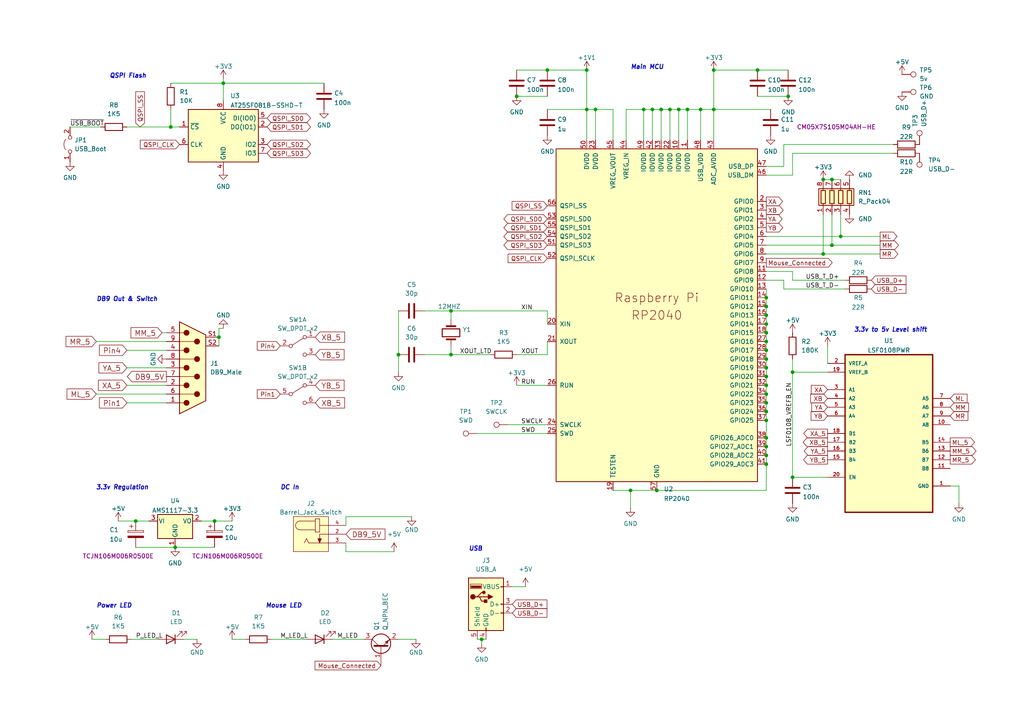
<source format=kicad_sch>
(kicad_sch (version 20211123) (generator eeschema)
  (paper "A4")
  (title_block (title "RP2040 USB to Quadrature Mouse Adaptor") (date "2023-01-21") (rev "5") (company "Darrens Lab"))
  (lib_symbols
    (symbol "Connector:DB9_Male" (pin_names (offset 1.016) hide)
      (property "Reference" "J2" (at 5.08 1.2701 0))
      (property "Value" "DB9_Male" (at 5.08 -1.2699 0))
      (symbol "DB9_Male_1_1"
        (pin passive line (at -7.62 -10.16 0) (length 3.81) (name "1") (number "1"))
        (pin passive line (at -7.62 -5.08 0) (length 3.81) (name "2") (number "2"))
        (pin passive line (at -7.62 0 0) (length 3.81) (name "3") (number "3"))
        (pin passive line (at -7.62 5.08 0) (length 3.81) (name "4") (number "4"))
        (pin passive line (at -7.62 10.16 0) (length 3.81) (name "5") (number "5"))
        (pin passive line (at -7.62 -7.62 0) (length 3.81) (name "6") (number "6"))
        (pin passive line (at -7.62 -2.54 0) (length 3.81) (name "7") (number "7"))
        (pin passive line (at -7.62 2.54 0) (length 3.81) (name "8") (number "8"))
        (pin passive line (at -7.62 7.62 0) (length 3.81) (name "9") (number "9"))
        (pin passive line (at 7.62 8.89 180) (length 3.81) (name "S1") (number "S1"))
        (pin passive line (at 7.62 6.35 180) (length 3.81) (name "S2") (number "S2"))
      )
    )
    (symbol "Connector:TestPoint" (pin_numbers hide) (pin_names (offset 0.762) hide)
      (property "Reference" "TP" (at 0 6.858 0))
      (property "Value" "TestPoint" (at 0 5.08 0))
      (symbol "TestPoint_1_1"
        (pin passive line (at 0 0 90) (length 2.54) (name "1") (number "1"))
      )
    )
    (symbol "Connector:USB_A" (pin_names (offset 1.016))
      (property "Reference" "J" (at -5.08 11.43 0))
      (property "Value" "USB_A" (at -5.08 8.89 0))
      (symbol "USB_A_1_1"
        (pin power_in line (at 7.62 5.08 180) (length 2.54) (name "VBUS") (number "1"))
        (pin bidirectional line (at 7.62 -2.54 180) (length 2.54) (name "D-") (number "2"))
        (pin bidirectional line (at 7.62 0 180) (length 2.54) (name "D+") (number "3"))
        (pin power_in line (at 0 -10.16 90) (length 2.54) (name "GND") (number "4"))
        (pin passive line (at -2.54 -10.16 90) (length 2.54) (name "Shield") (number "5"))
      )
    )
    (symbol "Device:C" (pin_numbers hide) (pin_names (offset 0.254))
      (property "Reference" "C" (at 0.635 2.54 0))
      (property "Value" "C" (at 0.635 -2.54 0))
      (symbol "C_1_1"
        (pin passive line (at 0 3.81 270) (length 2.794) (name "~") (number "1"))
        (pin passive line (at 0 -3.81 90) (length 2.794) (name "~") (number "2"))
      )
    )
    (symbol "Device:C_Polarized" (pin_numbers hide) (pin_names (offset 0.254))
      (property "Reference" "C" (at 0.635 2.54 0))
      (property "Value" "C_Polarized" (at 0.635 -2.54 0))
      (symbol "C_Polarized_1_1"
        (pin passive line (at 0 3.81 270) (length 2.794) (name "~") (number "1"))
        (pin passive line (at 0 -3.81 90) (length 2.794) (name "~") (number "2"))
      )
    )
    (symbol "Device:Crystal" (pin_numbers hide) (pin_names (offset 1.016) hide)
      (property "Reference" "Y" (at 0 3.81 0))
      (property "Value" "Crystal" (at 0 -3.81 0))
      (symbol "Crystal_1_1"
        (pin passive line (at -3.81 0 0) (length 1.27) (name "1") (number "1"))
        (pin passive line (at 3.81 0 180) (length 1.27) (name "2") (number "2"))
      )
    )
    (symbol "Device:LED" (pin_numbers hide) (pin_names (offset 1.016) hide)
      (property "Reference" "D" (at 0 2.54 0))
      (property "Value" "LED" (at 0 -2.54 0))
      (symbol "LED_1_1"
        (pin passive line (at -3.81 0 0) (length 2.54) (name "K") (number "1"))
        (pin passive line (at 3.81 0 180) (length 2.54) (name "A") (number "2"))
      )
    )
    (symbol "Device:Q_NPN_BEC" (pin_names (offset 0) hide)
      (property "Reference" "Q" (at 5.08 1.27 0))
      (property "Value" "Q_NPN_BEC" (at 5.08 -1.27 0))
      (symbol "Q_NPN_BEC_1_1"
        (pin input line (at -5.08 0 0) (length 5.715) (name "B") (number "1"))
        (pin passive line (at 2.54 -5.08 90) (length 2.54) (name "E") (number "2"))
        (pin passive line (at 2.54 5.08 270) (length 2.54) (name "C") (number "3"))
      )
    )
    (symbol "Device:R" (pin_numbers hide) (pin_names (offset 0))
      (property "Reference" "R" (at 2.032 0 90))
      (property "Value" "R" (at 0 0 90))
      (symbol "R_1_1"
        (pin passive line (at 0 3.81 270) (length 1.27) (name "~") (number "1"))
        (pin passive line (at 0 -3.81 90) (length 1.27) (name "~") (number "2"))
      )
    )
    (symbol "Device:R_Pack04" (pin_names (offset 0) hide)
      (property "Reference" "RN" (at -7.62 0 90))
      (property "Value" "R_Pack04" (at 5.08 0 90))
      (symbol "R_Pack04_1_1"
        (pin passive line (at -5.08 -5.08 90) (length 2.54) (name "R1.1") (number "1"))
        (pin passive line (at -2.54 -5.08 90) (length 2.54) (name "R2.1") (number "2"))
        (pin passive line (at 0 -5.08 90) (length 2.54) (name "R3.1") (number "3"))
        (pin passive line (at 2.54 -5.08 90) (length 2.54) (name "R4.1") (number "4"))
        (pin passive line (at 2.54 5.08 270) (length 2.54) (name "R4.2") (number "5"))
        (pin passive line (at 0 5.08 270) (length 2.54) (name "R3.2") (number "6"))
        (pin passive line (at -2.54 5.08 270) (length 2.54) (name "R2.2") (number "7"))
        (pin passive line (at -5.08 5.08 270) (length 2.54) (name "R1.2") (number "8"))
      )
    )
    (symbol "Jumper:Jumper_2_Open" (pin_names (offset 0) hide)
      (property "Reference" "JP" (at 0 2.794 0))
      (property "Value" "Jumper_2_Open" (at 0 -2.286 0))
      (symbol "Jumper_2_Open_1_1"
        (pin passive line (at -5.08 0 0) (length 2.54) (name "A") (number "1"))
        (pin passive line (at 5.08 0 180) (length 2.54) (name "B") (number "2"))
      )
    )
    (symbol "LSF0108:DC-005" (pin_names (offset 1.016))
      (property "Reference" "J" (at -5.0943 5.5976 0))
      (property "Value" "DC-005" (at -5.0995 -7.6398 0))
      (symbol "DC-005_0_0"
        (pin passive line (at 10.16 0 180) (length 5.08) (name "~") (number "2"))
        (pin passive line (at 10.16 -2.54 180) (length 5.08) (name "~") (number "3"))
        (pin passive line (at 10.16 2.54 180) (length 5.08) (name "~") (number "4"))
      )
    )
    (symbol "LSF0108:LSF0108PWR" (pin_names (offset 1.016))
      (property "Reference" "U" (at -12.7 23.86 0))
      (property "Value" "LSF0108PWR" (at -12.7 -26.86 0))
      (symbol "LSF0108PWR_0_0"
        (pin power_in line (at 17.78 -15.24 180) (length 5.08) (name "GND") (number "1"))
        (pin bidirectional line (at 17.78 2.54 180) (length 5.08) (name "A8") (number "10"))
        (pin bidirectional line (at 17.78 -10.16 180) (length 5.08) (name "B8") (number "11"))
        (pin bidirectional line (at 17.78 -7.62 180) (length 5.08) (name "B7") (number "12"))
        (pin bidirectional line (at 17.78 -5.08 180) (length 5.08) (name "B6") (number "13"))
        (pin bidirectional line (at 17.78 -2.54 180) (length 5.08) (name "B5") (number "14"))
        (pin bidirectional line (at -17.78 -7.62 0) (length 5.08) (name "B4") (number "15"))
        (pin bidirectional line (at -17.78 -5.08 0) (length 5.08) (name "B3") (number "16"))
        (pin bidirectional line (at -17.78 -2.54 0) (length 5.08) (name "B2") (number "17"))
        (pin bidirectional line (at -17.78 0 0) (length 5.08) (name "B1") (number "18"))
        (pin input line (at -17.78 17.78 0) (length 5.08) (name "VREF_B") (number "19"))
        (pin input line (at -17.78 20.32 0) (length 5.08) (name "VREF_A") (number "2"))
        (pin bidirectional line (at -17.78 -12.7 0) (length 5.08) (name "EN") (number "20"))
        (pin bidirectional line (at -17.78 12.7 0) (length 5.08) (name "A1") (number "3"))
        (pin bidirectional line (at -17.78 10.16 0) (length 5.08) (name "A2") (number "4"))
        (pin bidirectional line (at -17.78 7.62 0) (length 5.08) (name "A3") (number "5"))
        (pin bidirectional line (at -17.78 5.08 0) (length 5.08) (name "A4") (number "6"))
        (pin bidirectional line (at 17.78 10.16 180) (length 5.08) (name "A5") (number "7"))
        (pin bidirectional line (at 17.78 7.62 180) (length 5.08) (name "A6") (number "8"))
        (pin bidirectional line (at 17.78 5.08 180) (length 5.08) (name "A7") (number "9"))
      )
    )
    (symbol "Memory_Flash:W25Q32JVZP"
      (property "Reference" "U3" (at 2.0194 11.5865 0))
      (property "Value" "AT25SF081B-SSHD-T" (at 2.0194 8.8114 0))
      (symbol "W25Q32JVZP_1_1"
        (pin input line (at -12.7 2.54 0) (length 2.54) (name "~{CS}") (number "1"))
        (pin bidirectional line (at 12.7 2.54 180) (length 2.54) (name "DO(IO1)") (number "2"))
        (pin bidirectional line (at 12.7 -2.54 180) (length 2.54) (name "IO2") (number "3"))
        (pin power_in line (at 0 -10.16 90) (length 2.54) (name "GND") (number "4"))
        (pin bidirectional line (at 12.7 5.08 180) (length 2.54) (name "DI(IO0)") (number "5"))
        (pin input line (at -12.7 -2.54 0) (length 2.54) (name "CLK") (number "6"))
        (pin bidirectional line (at 12.7 -5.08 180) (length 2.54) (name "IO3") (number "7"))
        (pin power_in line (at 0 10.16 270) (length 2.54) (name "VCC") (number "8"))
      )
    )
    (symbol "RP2040:RP2040" (pin_names (offset 1.016))
      (property "Reference" "U" (at -29.21 49.53 0))
      (property "Value" "RP2040" (at 24.13 -49.53 0))
      (symbol "RP2040_0_0"
        (text "Raspberry Pi" (at 0 5.08 0) (effects (font (size 2.54 2.54))))
        (text "RP2040" (at 0 0 0) (effects (font (size 2.54 2.54))))
      )
      (symbol "RP2040_1_1"
        (pin power_in line (at 8.89 50.8 270) (length 2.54) (name "IOVDD") (number "1"))
        (pin power_in line (at 6.35 50.8 270) (length 2.54) (name "IOVDD") (number "10"))
        (pin bidirectional line (at 31.75 12.7 180) (length 2.54) (name "GPIO8") (number "11"))
        (pin bidirectional line (at 31.75 10.16 180) (length 2.54) (name "GPIO9") (number "12"))
        (pin bidirectional line (at 31.75 7.62 180) (length 2.54) (name "GPIO10") (number "13"))
        (pin bidirectional line (at 31.75 5.08 180) (length 2.54) (name "GPIO11") (number "14"))
        (pin bidirectional line (at 31.75 2.54 180) (length 2.54) (name "GPIO12") (number "15"))
        (pin bidirectional line (at 31.75 0 180) (length 2.54) (name "GPIO13") (number "16"))
        (pin bidirectional line (at 31.75 -2.54 180) (length 2.54) (name "GPIO14") (number "17"))
        (pin bidirectional line (at 31.75 -5.08 180) (length 2.54) (name "GPIO15") (number "18"))
        (pin passive line (at -12.7 -50.8 90) (length 2.54) (name "TESTEN") (number "19"))
        (pin bidirectional line (at 31.75 33.02 180) (length 2.54) (name "GPIO0") (number "2"))
        (pin input line (at -31.75 -2.54 0) (length 2.54) (name "XIN") (number "20"))
        (pin passive line (at -31.75 -7.62 0) (length 2.54) (name "XOUT") (number "21"))
        (pin power_in line (at 3.81 50.8 270) (length 2.54) (name "IOVDD") (number "22"))
        (pin power_in line (at -17.78 50.8 270) (length 2.54) (name "DVDD") (number "23"))
        (pin output line (at -31.75 -31.75 0) (length 2.54) (name "SWCLK") (number "24"))
        (pin bidirectional line (at -31.75 -34.29 0) (length 2.54) (name "SWD") (number "25"))
        (pin input line (at -31.75 -20.32 0) (length 2.54) (name "RUN") (number "26"))
        (pin bidirectional line (at 31.75 -7.62 180) (length 2.54) (name "GPIO16") (number "27"))
        (pin bidirectional line (at 31.75 -10.16 180) (length 2.54) (name "GPIO17") (number "28"))
        (pin bidirectional line (at 31.75 -12.7 180) (length 2.54) (name "GPIO18") (number "29"))
        (pin bidirectional line (at 31.75 30.48 180) (length 2.54) (name "GPIO1") (number "3"))
        (pin bidirectional line (at 31.75 -15.24 180) (length 2.54) (name "GPIO19") (number "30"))
        (pin bidirectional line (at 31.75 -17.78 180) (length 2.54) (name "GPIO20") (number "31"))
        (pin bidirectional line (at 31.75 -20.32 180) (length 2.54) (name "GPIO21") (number "32"))
        (pin power_in line (at 1.27 50.8 270) (length 2.54) (name "IOVDD") (number "33"))
        (pin bidirectional line (at 31.75 -22.86 180) (length 2.54) (name "GPIO22") (number "34"))
        (pin bidirectional line (at 31.75 -25.4 180) (length 2.54) (name "GPIO23") (number "35"))
        (pin bidirectional line (at 31.75 -27.94 180) (length 2.54) (name "GPIO24") (number "36"))
        (pin bidirectional line (at 31.75 -30.48 180) (length 2.54) (name "GPIO25") (number "37"))
        (pin bidirectional line (at 31.75 -35.56 180) (length 2.54) (name "GPIO26_ADC0") (number "38"))
        (pin bidirectional line (at 31.75 -38.1 180) (length 2.54) (name "GPIO27_ADC1") (number "39"))
        (pin bidirectional line (at 31.75 27.94 180) (length 2.54) (name "GPIO2") (number "4"))
        (pin bidirectional line (at 31.75 -40.64 180) (length 2.54) (name "GPIO28_ADC2") (number "40"))
        (pin bidirectional line (at 31.75 -43.18 180) (length 2.54) (name "GPIO29_ADC3") (number "41"))
        (pin power_in line (at -1.27 50.8 270) (length 2.54) (name "IOVDD") (number "42"))
        (pin power_in line (at 16.51 50.8 270) (length 2.54) (name "ADC_AVDD") (number "43"))
        (pin power_in line (at -8.89 50.8 270) (length 2.54) (name "VREG_IN") (number "44"))
        (pin power_out line (at -12.7 50.8 270) (length 2.54) (name "VREG_VOUT") (number "45"))
        (pin bidirectional line (at 31.75 40.64 180) (length 2.54) (name "USB_DM") (number "46"))
        (pin bidirectional line (at 31.75 43.18 180) (length 2.54) (name "USB_DP") (number "47"))
        (pin power_in line (at 12.7 50.8 270) (length 2.54) (name "USB_VDD") (number "48"))
        (pin power_in line (at -3.81 50.8 270) (length 2.54) (name "IOVDD") (number "49"))
        (pin bidirectional line (at 31.75 25.4 180) (length 2.54) (name "GPIO3") (number "5"))
        (pin power_in line (at -20.32 50.8 270) (length 2.54) (name "DVDD") (number "50"))
        (pin bidirectional line (at -31.75 20.32 0) (length 2.54) (name "QSPI_SD3") (number "51"))
        (pin output line (at -31.75 16.51 0) (length 2.54) (name "QSPI_SCLK") (number "52"))
        (pin bidirectional line (at -31.75 27.94 0) (length 2.54) (name "QSPI_SD0") (number "53"))
        (pin bidirectional line (at -31.75 22.86 0) (length 2.54) (name "QSPI_SD2") (number "54"))
        (pin bidirectional line (at -31.75 25.4 0) (length 2.54) (name "QSPI_SD1") (number "55"))
        (pin bidirectional line (at -31.75 31.75 0) (length 2.54) (name "QSPI_SS") (number "56"))
        (pin power_in line (at 0 -50.8 90) (length 2.54) (name "GND") (number "57"))
        (pin bidirectional line (at 31.75 22.86 180) (length 2.54) (name "GPIO4") (number "6"))
        (pin bidirectional line (at 31.75 20.32 180) (length 2.54) (name "GPIO5") (number "7"))
        (pin bidirectional line (at 31.75 17.78 180) (length 2.54) (name "GPIO6") (number "8"))
        (pin bidirectional line (at 31.75 15.24 180) (length 2.54) (name "GPIO7") (number "9"))
      )
    )
    (symbol "Regulator_Linear:AMS1117-3.3" (pin_names (offset 0.254))
      (property "Reference" "U" (at -3.81 3.175 0))
      (property "Value" "AMS1117-3.3" (at 0 3.175 0))
      (symbol "AMS1117-3.3_1_1"
        (pin power_in line (at 0 -7.62 90) (length 2.54) (name "GND") (number "1"))
        (pin power_out line (at 7.62 0 180) (length 2.54) (name "VO") (number "2"))
        (pin power_in line (at -7.62 0 0) (length 2.54) (name "VI") (number "3"))
      )
    )
    (symbol "Switch:SW_DPDT_x2" (pin_names (offset 0) hide)
      (property "Reference" "SW" (at 0 4.318 0))
      (property "Value" "SW_DPDT_x2" (at 0 -5.08 0))
      (symbol "SW_DPDT_x2_1_1"
        (pin passive line (at 5.08 2.54 180) (length 2.54) (name "A") (number "1"))
        (pin passive line (at -5.08 0 0) (length 2.54) (name "B") (number "2"))
        (pin passive line (at 5.08 -2.54 180) (length 2.54) (name "C") (number "3"))
      )
      (symbol "SW_DPDT_x2_2_1"
        (pin passive line (at 5.08 2.54 180) (length 2.54) (name "A") (number "4"))
        (pin passive line (at -5.08 0 0) (length 2.54) (name "B") (number "5"))
        (pin passive line (at 5.08 -2.54 180) (length 2.54) (name "C") (number "6"))
      )
    )
    (symbol "power:+1V1" (power) (pin_names (offset 0))
      (property "Value" "+1V1" (at 0 3.556 0))
      (symbol "+1V1_1_1"
        (pin power_in line (at 0 0 90) (length 0) hide (name "+1V1") (number "1"))
      )
    )
    (symbol "power:+3.3V" (power) (pin_names (offset 0))
      (property "Value" "+3.3V" (at 0 3.556 0))
      (symbol "+3.3V_1_1"
        (pin power_in line (at 0 0 90) (length 0) hide (name "+3V3") (number "1"))
      )
    )
    (symbol "power:+5V" (power) (pin_names (offset 0))
      (property "Value" "+5V" (at 0 3.556 0))
      (symbol "+5V_1_1"
        (pin power_in line (at 0 0 90) (length 0) hide (name "+5V") (number "1"))
      )
    )
    (symbol "power:GND" (power) (pin_names (offset 0))
      (property "Value" "GND" (at 0 -3.81 0))
      (symbol "GND_1_1"
        (pin power_in line (at 0 0 270) (length 0) hide (name "GND") (number "1"))
      )
    )
  )
  (junction (at 222.25 93.98))
  (junction (at 190.5 142.24))
  (junction (at 222.25 104.14))
  (junction (at 229.87 107.95))
  (junction (at 229.87 138.43))
  (junction (at 130.81 90.17))
  (junction (at 49.53 36.83))
  (junction (at 50.8 158.75))
  (junction (at 170.18 20.32))
  (junction (at 238.76 52.07))
  (junction (at 222.25 96.52))
  (junction (at 228.6 27.94))
  (junction (at 182.88 142.24))
  (junction (at 222.25 86.36))
  (junction (at 222.25 88.9))
  (junction (at 222.25 127))
  (junction (at 62.23 151.13))
  (junction (at 207.01 31.75))
  (junction (at 222.25 116.84))
  (junction (at 149.86 27.94))
  (junction (at 196.85 31.75))
  (junction (at 222.25 111.76))
  (junction (at 241.3 71.12))
  (junction (at 64.77 24.13))
  (junction (at 222.25 114.3))
  (junction (at 222.25 132.08))
  (junction (at 130.81 102.87))
  (junction (at 139.7 185.42))
  (junction (at 222.25 121.92))
  (junction (at 158.75 20.32))
  (junction (at 222.25 91.44))
  (junction (at 243.84 68.58))
  (junction (at 199.39 31.75))
  (junction (at 222.25 101.6))
  (junction (at 207.01 20.32))
  (junction (at 39.37 151.13))
  (junction (at 222.25 119.38))
  (junction (at 189.23 31.75))
  (junction (at 194.31 31.75))
  (junction (at 172.72 31.75))
  (junction (at 170.18 31.75))
  (junction (at 222.25 109.22))
  (junction (at 241.3 52.07))
  (junction (at 222.25 106.68))
  (junction (at 222.25 99.06))
  (junction (at 222.25 129.54))
  (junction (at 115.57 102.87))
  (junction (at 191.77 31.75))
  (junction (at 63.5 97.79))
  (junction (at 238.76 73.66))
  (junction (at 203.2 31.75))
  (junction (at 219.71 20.32))
  (junction (at 186.69 31.75))
  (junction (at 222.25 134.62))
  (wire (pts (xy 227.33 83.82) (xy 227.33 81.28)))
  (wire (pts (xy 100.33 160.02) (xy 100.33 157.48)))
  (wire (pts (xy 130.81 92.71) (xy 130.81 90.17)))
  (wire (pts (xy 229.87 44.45) (xy 259.08 44.45)))
  (wire (pts (xy 115.57 90.17) (xy 115.57 102.87)))
  (wire (pts (xy 130.81 102.87) (xy 142.24 102.87)))
  (wire (pts (xy 20.32 36.83) (xy 29.21 36.83)))
  (wire (pts (xy 182.88 142.24) (xy 190.5 142.24)))
  (wire (pts (xy 49.53 24.13) (xy 64.77 24.13)))
  (wire (pts (xy 170.18 31.75) (xy 170.18 40.64)))
  (wire (pts (xy 63.5 100.33) (xy 63.5 97.79)))
  (wire (pts (xy 34.29 151.13) (xy 39.37 151.13)))
  (wire (pts (xy 63.5 95.25) (xy 64.77 95.25)))
  (wire (pts (xy 39.37 151.13) (xy 43.18 151.13)))
  (wire (pts (xy 27.94 114.3) (xy 48.26 114.3)))
  (wire (pts (xy 199.39 31.75) (xy 203.2 31.75)))
  (wire (pts (xy 36.83 116.84) (xy 48.26 116.84)))
  (wire (pts (xy 222.25 104.14) (xy 222.25 106.68)))
  (wire (pts (xy 177.8 142.24) (xy 182.88 142.24)))
  (wire (pts (xy 123.19 102.87) (xy 130.81 102.87)))
  (wire (pts (xy 238.76 62.23) (xy 238.76 73.66)))
  (wire (pts (xy 50.8 158.75) (xy 62.23 158.75)))
  (wire (pts (xy 139.7 185.42) (xy 139.7 186.69)))
  (wire (pts (xy 240.03 138.43) (xy 229.87 138.43)))
  (wire (pts (xy 186.69 31.75) (xy 186.69 40.64)))
  (wire (pts (xy 222.25 68.58) (xy 243.84 68.58)))
  (wire (pts (xy 115.57 102.87) (xy 115.57 107.95)))
  (wire (pts (xy 222.25 119.38) (xy 222.25 121.92)))
  (wire (pts (xy 52.07 36.83) (xy 49.53 36.83)))
  (wire (pts (xy 158.75 31.75) (xy 170.18 31.75)))
  (wire (pts (xy 58.42 151.13) (xy 62.23 151.13)))
  (wire (pts (xy 100.33 160.02) (xy 114.3 160.02)))
  (wire (pts (xy 64.77 24.13) (xy 93.98 24.13)))
  (wire (pts (xy 243.84 68.58) (xy 255.27 68.58)))
  (wire (pts (xy 158.75 90.17) (xy 158.75 93.98)))
  (wire (pts (xy 207.01 31.75) (xy 223.52 31.75)))
  (wire (pts (xy 96.52 185.42) (xy 105.41 185.42)))
  (wire (pts (xy 222.25 78.74) (xy 229.87 78.74)))
  (wire (pts (xy 229.87 81.28) (xy 229.87 78.74)))
  (wire (pts (xy 46.99 96.52) (xy 48.26 96.52)))
  (wire (pts (xy 140.97 185.42) (xy 139.7 185.42)))
  (wire (pts (xy 147.32 123.19) (xy 158.75 123.19)))
  (wire (pts (xy 222.25 116.84) (xy 222.25 119.38)))
  (wire (pts (xy 194.31 31.75) (xy 194.31 40.64)))
  (wire (pts (xy 222.25 83.82) (xy 222.25 86.36)))
  (wire (pts (xy 222.25 99.06) (xy 222.25 101.6)))
  (wire (pts (xy 227.33 48.26) (xy 227.33 41.91)))
  (wire (pts (xy 241.3 52.07) (xy 243.84 52.07)))
  (wire (pts (xy 181.61 31.75) (xy 186.69 31.75)))
  (wire (pts (xy 238.76 73.66) (xy 255.27 73.66)))
  (wire (pts (xy 177.8 31.75) (xy 172.72 31.75)))
  (wire (pts (xy 227.33 83.82) (xy 245.11 83.82)))
  (wire (pts (xy 222.25 134.62) (xy 222.25 142.24)))
  (wire (pts (xy 39.37 158.75) (xy 50.8 158.75)))
  (wire (pts (xy 172.72 31.75) (xy 172.72 40.64)))
  (wire (pts (xy 219.71 27.94) (xy 228.6 27.94)))
  (wire (pts (xy 227.33 81.28) (xy 222.25 81.28)))
  (wire (pts (xy 64.77 24.13) (xy 64.77 29.21)))
  (wire (pts (xy 222.25 114.3) (xy 222.25 116.84)))
  (wire (pts (xy 149.86 20.32) (xy 158.75 20.32)))
  (wire (pts (xy 222.25 73.66) (xy 238.76 73.66)))
  (wire (pts (xy 149.86 111.76) (xy 158.75 111.76)))
  (wire (pts (xy 186.69 31.75) (xy 189.23 31.75)))
  (wire (pts (xy 27.94 99.06) (xy 48.26 99.06)))
  (wire (pts (xy 222.25 121.92) (xy 222.25 127)))
  (wire (pts (xy 63.5 97.79) (xy 63.5 95.25)))
  (wire (pts (xy 222.25 86.36) (xy 222.25 88.9)))
  (wire (pts (xy 278.13 140.97) (xy 278.13 146.05)))
  (wire (pts (xy 36.83 106.68) (xy 48.26 106.68)))
  (wire (pts (xy 229.87 107.95) (xy 229.87 104.14)))
  (wire (pts (xy 191.77 31.75) (xy 191.77 40.64)))
  (wire (pts (xy 255.27 71.12) (xy 241.3 71.12)))
  (wire (pts (xy 240.03 100.33) (xy 240.03 105.41)))
  (wire (pts (xy 222.25 109.22) (xy 222.25 111.76)))
  (wire (pts (xy 138.43 125.73) (xy 158.75 125.73)))
  (wire (pts (xy 36.83 111.76) (xy 48.26 111.76)))
  (wire (pts (xy 148.59 170.18) (xy 152.4 170.18)))
  (wire (pts (xy 138.43 185.42) (xy 139.7 185.42)))
  (wire (pts (xy 196.85 31.75) (xy 196.85 40.64)))
  (wire (pts (xy 38.1 185.42) (xy 45.72 185.42)))
  (wire (pts (xy 241.3 62.23) (xy 241.3 71.12)))
  (wire (pts (xy 191.77 31.75) (xy 194.31 31.75)))
  (wire (pts (xy 123.19 90.17) (xy 130.81 90.17)))
  (wire (pts (xy 222.25 111.76) (xy 222.25 114.3)))
  (wire (pts (xy 196.85 31.75) (xy 199.39 31.75)))
  (wire (pts (xy 222.25 132.08) (xy 222.25 134.62)))
  (wire (pts (xy 219.71 20.32) (xy 228.6 20.32)))
  (wire (pts (xy 189.23 31.75) (xy 191.77 31.75)))
  (wire (pts (xy 26.67 185.42) (xy 30.48 185.42)))
  (wire (pts (xy 194.31 31.75) (xy 196.85 31.75)))
  (wire (pts (xy 207.01 20.32) (xy 207.01 31.75)))
  (wire (pts (xy 64.77 24.13) (xy 64.77 22.86)))
  (wire (pts (xy 62.23 151.13) (xy 67.31 151.13)))
  (wire (pts (xy 222.25 129.54) (xy 222.25 132.08)))
  (wire (pts (xy 158.75 20.32) (xy 170.18 20.32)))
  (wire (pts (xy 177.8 40.64) (xy 177.8 31.75)))
  (wire (pts (xy 182.88 142.24) (xy 182.88 147.32)))
  (wire (pts (xy 222.25 71.12) (xy 241.3 71.12)))
  (wire (pts (xy 229.87 50.8) (xy 229.87 44.45)))
  (wire (pts (xy 100.33 152.4) (xy 100.33 149.86)))
  (wire (pts (xy 243.84 62.23) (xy 243.84 68.58)))
  (wire (pts (xy 222.25 50.8) (xy 229.87 50.8)))
  (wire (pts (xy 149.86 102.87) (xy 158.75 102.87)))
  (wire (pts (xy 130.81 100.33) (xy 130.81 102.87)))
  (wire (pts (xy 275.59 140.97) (xy 278.13 140.97)))
  (wire (pts (xy 222.25 91.44) (xy 222.25 93.98)))
  (wire (pts (xy 227.33 41.91) (xy 259.08 41.91)))
  (wire (pts (xy 222.25 48.26) (xy 227.33 48.26)))
  (wire (pts (xy 238.76 52.07) (xy 241.3 52.07)))
  (wire (pts (xy 181.61 40.64) (xy 181.61 31.75)))
  (wire (pts (xy 229.87 138.43) (xy 229.87 107.95)))
  (wire (pts (xy 78.74 185.42) (xy 88.9 185.42)))
  (wire (pts (xy 149.86 27.94) (xy 158.75 27.94)))
  (wire (pts (xy 170.18 20.32) (xy 170.18 31.75)))
  (wire (pts (xy 100.33 149.86) (xy 119.38 149.86)))
  (wire (pts (xy 67.31 185.42) (xy 71.12 185.42)))
  (wire (pts (xy 222.25 142.24) (xy 190.5 142.24)))
  (wire (pts (xy 222.25 101.6) (xy 222.25 104.14)))
  (wire (pts (xy 240.03 107.95) (xy 229.87 107.95)))
  (wire (pts (xy 222.25 106.68) (xy 222.25 109.22)))
  (wire (pts (xy 222.25 96.52) (xy 222.25 99.06)))
  (wire (pts (xy 229.87 81.28) (xy 245.11 81.28)))
  (wire (pts (xy 36.83 36.83) (xy 49.53 36.83)))
  (wire (pts (xy 207.01 20.32) (xy 219.71 20.32)))
  (wire (pts (xy 203.2 31.75) (xy 203.2 40.64)))
  (wire (pts (xy 222.25 88.9) (xy 222.25 91.44)))
  (wire (pts (xy 222.25 127) (xy 222.25 129.54)))
  (wire (pts (xy 130.81 90.17) (xy 158.75 90.17)))
  (wire (pts (xy 199.39 31.75) (xy 199.39 40.64)))
  (wire (pts (xy 189.23 31.75) (xy 189.23 40.64)))
  (wire (pts (xy 115.57 185.42) (xy 120.65 185.42)))
  (wire (pts (xy 36.83 101.6) (xy 48.26 101.6)))
  (wire (pts (xy 158.75 102.87) (xy 158.75 99.06)))
  (wire (pts (xy 172.72 31.75) (xy 170.18 31.75)))
  (wire (pts (xy 203.2 31.75) (xy 207.01 31.75)))
  (wire (pts (xy 53.34 185.42) (xy 57.15 185.42)))
  (wire (pts (xy 222.25 93.98) (xy 222.25 96.52)))
  (wire (pts (xy 49.53 36.83) (xy 49.53 31.75)))
  (wire (pts (xy 207.01 31.75) (xy 207.01 40.64)))
  (text "Power LED" (at 27.94 176.53 0) (effects (font (size 1.27 1.27) (thickness 0.254) bold italic) (justify left bottom)))
  (text "Mouse LED" (at 87.63 176.53 180) (effects (font (size 1.27 1.27) (thickness 0.254) bold italic) (justify right bottom)))
  (text "3.3v Regulation" (at 43.18 142.24 180) (effects (font (size 1.27 1.27) (thickness 0.254) bold italic) (justify right bottom)))
  (text "3.3v to 5v Level shift" (at 247.65 96.52 0) (effects (font (size 1.27 1.27) (thickness 0.254) bold italic) (justify left bottom)))
  (text "DB9 Out & Switch" (at 27.94 87.63 0) (effects (font (size 1.27 1.27) (thickness 0.254) bold italic) (justify left bottom)))
  (text "Main MCU" (at 182.88 20.32 0) (effects (font (size 1.27 1.27) (thickness 0.254) bold italic) (justify left bottom)))
  (text "DC In" (at 81.28 142.24 0) (effects (font (size 1.27 1.27) (thickness 0.254) bold italic) (justify left bottom)))
  (text "USB" (at 135.89 160.02 0) (effects (font (size 1.27 1.27) (thickness 0.254) bold italic) (justify left bottom)))
  (text "QSPI Flash" (at 31.75 22.86 0) (effects (font (size 1.27 1.27) (thickness 0.254) bold italic) (justify left bottom)))
  (label "SWCLK" (at 151.13 123.19 0))
  (label "XOUT" (at 151.13 102.87 0))
  (label "~{USB_BOOT}" (at 20.32 36.83 0))
  (label "M_LED_L" (at 81.28 185.42 0))
  (label "USB_T_D-" (at 233.68 83.82 0))
  (label "RUN" (at 151.13 111.76 0))
  (label "SWD" (at 151.13 125.73 0))
  (label "M_LED" (at 97.79 185.42 0))
  (label "P_LED_L" (at 39.37 185.42 0))
  (label "USB_T_D+" (at 233.68 81.28 0))
  (label "XIN" (at 151.13 90.17 0))
  (label "LSF0108_VREFB_EN" (at 229.87 129.54 90))
  (label "XOUT_LTD" (at 133.35 102.87 0))
  (global_label "Mouse_Connected" (shape output) (at 222.25 76.2 0) (property "Intersheet References" "${INTERSHEET_REFS}" (effects hide)))
  (global_label "YA_5" (shape output) (at 240.03 130.81 180) (property "Intersheet References" "${INTERSHEET_REFS}" (effects hide)))
  (global_label "Pin4" (shape input) (at 81.28 100.33 180) (property "Intersheet References" "${INTERSHEET_REFS}" (effects hide)))
  (global_label "QSPI_SD2" (shape bidirectional) (at 158.75 68.58 180) (property "Intersheet References" "${INTERSHEET_REFS}" (effects hide)))
  (global_label "YA" (shape input) (at 240.03 118.11 180) (property "Intersheet References" "${INTERSHEET_REFS}" (effects hide)))
  (global_label "QSPI_SD0" (shape bidirectional) (at 158.75 63.5 180) (property "Intersheet References" "${INTERSHEET_REFS}" (effects hide)))
  (global_label "MM" (shape input) (at 275.59 118.11 0) (property "Intersheet References" "${INTERSHEET_REFS}" (effects hide)))
  (global_label "YA_5" (shape input) (at 36.83 106.68 180) (effects (font (size 1.524 1.524))) (property "Intersheet References" "${INTERSHEET_REFS}" (effects hide)))
  (global_label "ML" (shape output) (at 255.27 68.58 0) (property "Intersheet References" "${INTERSHEET_REFS}" (effects hide)))
  (global_label "Pin1" (shape input) (at 36.83 116.84 180) (effects (font (size 1.524 1.524))) (property "Intersheet References" "${INTERSHEET_REFS}" (effects hide)))
  (global_label "YB_5" (shape input) (at 91.44 111.76 0) (effects (font (size 1.524 1.524))) (property "Intersheet References" "${INTERSHEET_REFS}" (effects hide)))
  (global_label "USB_D+" (shape input) (at 148.59 175.26 0) (property "Intersheet References" "${INTERSHEET_REFS}" (effects hide)))
  (global_label "MR" (shape output) (at 255.27 73.66 0) (property "Intersheet References" "${INTERSHEET_REFS}" (effects hide)))
  (global_label "QSPI_SD3" (shape bidirectional) (at 158.75 71.12 180) (property "Intersheet References" "${INTERSHEET_REFS}" (effects hide)))
  (global_label "QSPI_CLK" (shape input) (at 52.07 41.91 180) (property "Intersheet References" "${INTERSHEET_REFS}" (effects hide)))
  (global_label "DB9_5V" (shape output) (at 48.26 109.22 180) (effects (font (size 1.524 1.524))) (property "Intersheet References" "${INTERSHEET_REFS}" (effects hide)))
  (global_label "XA_5" (shape input) (at 36.83 111.76 180) (effects (font (size 1.524 1.524))) (property "Intersheet References" "${INTERSHEET_REFS}" (effects hide)))
  (global_label "MM_5" (shape output) (at 275.59 130.81 0) (property "Intersheet References" "${INTERSHEET_REFS}" (effects hide)))
  (global_label "QSPI_SD1" (shape bidirectional) (at 77.47 36.83 0) (property "Intersheet References" "${INTERSHEET_REFS}" (effects hide)))
  (global_label "XA" (shape output) (at 222.25 58.42 0) (property "Intersheet References" "${INTERSHEET_REFS}" (effects hide)))
  (global_label "Mouse_Connected" (shape input) (at 110.49 193.04 180) (property "Intersheet References" "${INTERSHEET_REFS}" (effects hide)))
  (global_label "DB9_5V" (shape input) (at 100.33 154.94 0) (effects (font (size 1.524 1.524))) (property "Intersheet References" "${INTERSHEET_REFS}" (effects hide)))
  (global_label "YB_5" (shape output) (at 240.03 133.35 180) (property "Intersheet References" "${INTERSHEET_REFS}" (effects hide)))
  (global_label "QSPI_SD0" (shape bidirectional) (at 77.47 34.29 0) (property "Intersheet References" "${INTERSHEET_REFS}" (effects hide)))
  (global_label "MM" (shape output) (at 255.27 71.12 0) (property "Intersheet References" "${INTERSHEET_REFS}" (effects hide)))
  (global_label "ML" (shape input) (at 275.59 115.57 0) (property "Intersheet References" "${INTERSHEET_REFS}" (effects hide)))
  (global_label "MR_5" (shape input) (at 27.94 99.06 180) (effects (font (size 1.524 1.524))) (property "Intersheet References" "${INTERSHEET_REFS}" (effects hide)))
  (global_label "MR_5" (shape output) (at 275.59 133.35 0) (property "Intersheet References" "${INTERSHEET_REFS}" (effects hide)))
  (global_label "USB_D-" (shape input) (at 252.73 83.82 0) (property "Intersheet References" "${INTERSHEET_REFS}" (effects hide)))
  (global_label "XA_5" (shape output) (at 240.03 125.73 180) (property "Intersheet References" "${INTERSHEET_REFS}" (effects hide)))
  (global_label "Pin4" (shape input) (at 36.83 101.6 180) (effects (font (size 1.524 1.524))) (property "Intersheet References" "${INTERSHEET_REFS}" (effects hide)))
  (global_label "QSPI_SD1" (shape bidirectional) (at 158.75 66.04 180) (property "Intersheet References" "${INTERSHEET_REFS}" (effects hide)))
  (global_label "QSPI_CLK" (shape input) (at 158.75 74.93 180) (property "Intersheet References" "${INTERSHEET_REFS}" (effects hide)))
  (global_label "XB_5" (shape input) (at 91.44 116.84 0) (effects (font (size 1.524 1.524))) (property "Intersheet References" "${INTERSHEET_REFS}" (effects hide)))
  (global_label "XB_5" (shape output) (at 240.03 128.27 180) (property "Intersheet References" "${INTERSHEET_REFS}" (effects hide)))
  (global_label "XA" (shape input) (at 240.03 113.03 180) (property "Intersheet References" "${INTERSHEET_REFS}" (effects hide)))
  (global_label "ML_5" (shape input) (at 27.94 114.3 180) (effects (font (size 1.524 1.524))) (property "Intersheet References" "${INTERSHEET_REFS}" (effects hide)))
  (global_label "YB" (shape output) (at 222.25 66.04 0) (property "Intersheet References" "${INTERSHEET_REFS}" (effects hide)))
  (global_label "Pin1" (shape input) (at 81.28 114.3 180) (property "Intersheet References" "${INTERSHEET_REFS}" (effects hide)))
  (global_label "USB_D-" (shape input) (at 148.59 177.8 0) (property "Intersheet References" "${INTERSHEET_REFS}" (effects hide)))
  (global_label "XB_5" (shape input) (at 91.44 97.79 0) (effects (font (size 1.524 1.524))) (property "Intersheet References" "${INTERSHEET_REFS}" (effects hide)))
  (global_label "QSPI_SD3" (shape bidirectional) (at 77.47 44.45 0) (property "Intersheet References" "${INTERSHEET_REFS}" (effects hide)))
  (global_label "YA" (shape output) (at 222.25 63.5 0) (property "Intersheet References" "${INTERSHEET_REFS}" (effects hide)))
  (global_label "MM_5" (shape input) (at 46.99 96.52 180) (effects (font (size 1.524 1.524))) (property "Intersheet References" "${INTERSHEET_REFS}" (effects hide)))
  (global_label "XB" (shape output) (at 222.25 60.96 0) (property "Intersheet References" "${INTERSHEET_REFS}" (effects hide)))
  (global_label "YB" (shape input) (at 240.03 120.65 180) (property "Intersheet References" "${INTERSHEET_REFS}" (effects hide)))
  (global_label "QSPI_SS" (shape input) (at 158.75 59.69 180) (property "Intersheet References" "${INTERSHEET_REFS}" (effects hide)))
  (global_label "XB" (shape input) (at 240.03 115.57 180) (property "Intersheet References" "${INTERSHEET_REFS}" (effects hide)))
  (global_label "MR" (shape input) (at 275.59 120.65 0) (property "Intersheet References" "${INTERSHEET_REFS}" (effects hide)))
  (global_label "QSPI_SD2" (shape bidirectional) (at 77.47 41.91 0) (property "Intersheet References" "${INTERSHEET_REFS}" (effects hide)))
  (global_label "YB_5" (shape input) (at 91.44 102.87 0) (effects (font (size 1.524 1.524))) (property "Intersheet References" "${INTERSHEET_REFS}" (effects hide)))
  (global_label "QSPI_SS" (shape input) (at 40.64 36.83 90) (property "Intersheet References" "${INTERSHEET_REFS}" (effects hide)))
  (global_label "ML_5" (shape output) (at 275.59 128.27 0) (property "Intersheet References" "${INTERSHEET_REFS}" (effects hide)))
  (global_label "USB_D+" (shape input) (at 252.73 81.28 0) (property "Intersheet References" "${INTERSHEET_REFS}" (effects hide)))
  (symbol (lib_id "Device:R") (at 49.53 27.94 0) (unit 1)
    (property "Reference" "R1" (at 52.07 26.6699 0) (effects (justify left)))
    (property "Value" "10K" (at 52.07 29.2099 0) (effects (justify left)))
    (property "Footprint" "Resistor_SMD:R_0402_1005Metric" (effects hide))
  )
  (symbol (lib_id "Device:R") (at 262.89 44.45 270) (unit 1)
    (property "Reference" "R10" (at 262.89 46.99 90))
    (property "Value" "22R" (at 262.89 49.7651 90))
    (property "Footprint" "Resistor_SMD:R_0402_1005Metric" (effects hide))
  )
  (symbol (lib_id "power:+5V") (at 34.29 151.13 0) (unit 1)
    (property "Reference" "#PWR01" (effects hide))
    (property "Value" "+5V" (at 34.29 147.5255 0))
  )
  (symbol (lib_id "power:GND") (at 228.6 27.94 0) (unit 1)
    (property "Reference" "#PWR016" (effects hide))
    (property "Value" "GND" (at 228.6 32.5025 0))
  )
  (symbol (lib_id "Device:R") (at 248.92 83.82 270) (unit 1)
    (property "Reference" "R5" (at 248.92 86.36 90))
    (property "Value" "22R" (at 248.92 89.1351 90))
    (property "Footprint" "Resistor_SMD:R_0402_1005Metric" (effects hide))
  )
  (symbol (lib_id "Memory_Flash:W25Q32JVZP") (at 64.77 39.37 0) (unit 1)
    (property "Reference" "U3" (at 66.7894 27.7835 0) (effects (justify left)))
    (property "Value" "AT25SF081B-SSHD-T" (at 66.7894 30.5586 0) (effects (justify left)))
    (property "Footprint" "Package_SO:SOIC-8-1EP_3.9x4.9mm_P1.27mm_EP2.29x3mm" (effects hide))
    (property "Datasheet" "http://www.winbond.com/resource-files/w25q32jv%20revg%2003272018%20plus.pdf" (effects hide))
  )
  (symbol (lib_id "power:+3.3V") (at 67.31 151.13 0) (unit 1)
    (property "Reference" "#PWR07" (effects hide))
    (property "Value" "+3.3V" (at 67.31 147.5255 0))
  )
  (symbol (lib_id "Device:R") (at 262.89 41.91 90) (unit 1)
    (property "Reference" "R9" (at 262.89 36.9275 90))
    (property "Value" "22R" (at 262.89 39.7026 90))
    (property "Footprint" "Resistor_SMD:R_0402_1005Metric" (effects hide))
  )
  (symbol (lib_id "LSF0108:LSF0108PWR") (at 257.81 125.73 0) (unit 1)
    (property "Reference" "U1" (at 257.81 98.8255 0))
    (property "Value" "LSF0108PWR" (at 257.81 101.6006 0))
    (property "Footprint" "Package_SO:TSSOP-20_4.4x6.5mm_P0.65mm" (effects hide))
  )
  (symbol (lib_id "Jumper:Jumper_2_Open") (at 20.32 41.91 90) (unit 1)
    (property "Reference" "JP1" (at 21.59 40.6399 90) (effects (justify right)))
    (property "Value" "USB_Boot" (at 21.59 43.1799 90) (effects (justify right)))
    (property "Footprint" "Connector_PinHeader_1.27mm:PinHeader_1x02_P1.27mm_Vertical" (effects hide))
  )
  (symbol (lib_id "power:+3.3V") (at 238.76 52.07 0) (unit 1)
    (property "Reference" "#PWR029" (effects hide))
    (property "Value" "+3.3V" (at 238.76 48.4655 0))
  )
  (symbol (lib_id "power:+5V") (at 261.62 21.59 0) (unit 1)
    (property "Reference" "#PWR0104" (effects hide))
    (property "Value" "+5V" (at 261.62 17.9855 0))
  )
  (symbol (lib_id "power:GND") (at 119.38 149.86 0) (unit 1)
    (property "Reference" "#PWR019" (effects hide))
    (property "Value" "GND" (at 119.38 153.67 0))
  )
  (symbol (lib_id "power:GND") (at 149.86 27.94 0) (unit 1)
    (property "Reference" "#PWR011" (effects hide))
    (property "Value" "GND" (at 149.86 32.5025 0))
  )
  (symbol (lib_id "Device:R_Pack04") (at 243.84 57.15 0) (unit 1)
    (property "Reference" "RN1" (at 248.92 55.8799 0) (effects (justify left)))
    (property "Value" "R_Pack04" (at 248.92 58.4199 0) (effects (justify left)))
    (property "Footprint" "Resistor_SMD:R_Array_Concave_4x0402" (effects hide))
  )
  (symbol (lib_id "Device:Crystal") (at 130.81 96.52 90) (unit 1)
    (property "Reference" "Y1" (at 134.1374 95.6115 90) (effects (justify right)))
    (property "Value" "12MHZ" (at 127 88.9 90) (effects (justify right)))
    (property "Footprint" "Crystal:Crystal_SMD_5032-2Pin_5.0x3.2mm" (effects hide))
  )
  (symbol (lib_id "Connector:TestPoint") (at 138.43 125.73 90) (unit 1)
    (property "Reference" "TP1" (at 135.128 119.38 90))
    (property "Value" "SWD" (at 135.128 121.92 90))
    (property "Footprint" "TestPoint:TestPoint_Pad_D1.0mm" (effects hide))
  )
  (symbol (lib_id "Device:C") (at 149.86 24.13 0) (unit 1)
    (property "Reference" "C7" (at 152.781 23.2215 0) (effects (justify left)))
    (property "Value" "100n" (at 152.781 25.9966 0) (effects (justify left)))
    (property "Footprint" "Capacitor_SMD:C_0402_1005Metric" (effects hide))
  )
  (symbol (lib_id "LSF0108:DC-005") (at 90.17 154.94 0) (unit 1)
    (property "Reference" "J2" (at 90.17 146.05 0))
    (property "Value" "Barrel_Jack_Switch" (at 90.17 148.59 0))
    (property "Footprint" "Library:NINIGI_DC-005" (effects hide))
    (property "DESCRIPTION" "Conn Dc Power Jack 2.1mm" (effects hide))
    (property "MF" "Best Inc." (effects hide))
    (property "AVAILABILITY" "Unavailable" (effects hide))
    (property "PACKAGE" "None" (effects hide))
    (property "PRICE" "None" (effects hide))
    (property "MP" "DC-005" (effects hide))
  )
  (symbol (lib_id "power:GND") (at 223.52 39.37 0) (unit 1)
    (property "Reference" "#PWR015" (effects hide))
    (property "Value" "GND" (at 223.52 43.9325 0))
  )
  (symbol (lib_id "Connector:TestPoint") (at 261.62 26.67 270) (unit 1)
    (property "Reference" "TP6" (at 266.7 25.3999 90) (effects (justify left)))
    (property "Value" "GND" (at 266.7 27.9399 90) (effects (justify left)))
    (property "Footprint" "TestPoint:TestPoint_Pad_D1.0mm" (effects hide))
  )
  (symbol (lib_id "power:GND") (at 246.38 52.07 180) (unit 1)
    (property "Reference" "#PWR030" (effects hide))
    (property "Value" "GND" (at 248.92 50.7999 0) (effects (justify right)))
  )
  (symbol (lib_id "Regulator_Linear:AMS1117-3.3") (at 50.8 151.13 0) (unit 1)
    (property "Reference" "U4" (at 50.8 145.2585 0))
    (property "Value" "AMS1117-3.3" (at 50.8 148.0336 0))
    (property "Footprint" "Package_TO_SOT_SMD:SOT-223-3_TabPin2" (effects hide))
    (property "Datasheet" "http://www.advanced-monolithic.com/pdf/ds1117.pdf" (effects hide))
  )
  (symbol (lib_id "Connector:USB_A") (at 140.97 175.26 0) (unit 1)
    (property "Reference" "J3" (at 140.97 162.56 0))
    (property "Value" "USB_A" (at 140.97 165.1 0))
    (property "Footprint" "Library:USB_A_China" (effects hide))
    (property "Datasheet" " ~" (effects hide))
  )
  (symbol (lib_id "Device:R") (at 229.87 100.33 0) (unit 1)
    (property "Reference" "R2" (at 232.41 99.0599 0) (effects (justify left)))
    (property "Value" "180K" (at 232.41 101.5999 0) (effects (justify left)))
    (property "Footprint" "Resistor_SMD:R_0402_1005Metric" (effects hide))
  )
  (symbol (lib_id "Connector:TestPoint") (at 147.32 123.19 90) (unit 1)
    (property "Reference" "TP2" (at 144.018 116.84 90))
    (property "Value" "SWCLK" (at 144.018 119.38 90))
    (property "Footprint" "TestPoint:TestPoint_Pad_D1.0mm" (effects hide))
  )
  (symbol (lib_id "power:+5V") (at 67.31 185.42 0) (unit 1)
    (property "Reference" "#PWR022" (effects hide))
    (property "Value" "+5V" (at 67.31 181.864 0))
  )
  (symbol (lib_id "Device:R") (at 34.29 185.42 90) (unit 1)
    (property "Reference" "R6" (at 34.29 179.07 90))
    (property "Value" "1K5" (at 34.29 181.61 90))
    (property "Footprint" "Resistor_SMD:R_0402_1005Metric" (effects hide))
  )
  (symbol (lib_id "Device:C") (at 119.38 90.17 90) (unit 1)
    (property "Reference" "C5" (at 119.38 82.55 90))
    (property "Value" "30p" (at 119.38 85.09 90))
    (property "Footprint" "Capacitor_SMD:C_0402_1005Metric" (effects hide))
  )
  (symbol (lib_id "Device:C") (at 229.87 142.24 0) (unit 1)
    (property "Reference" "C3" (at 232.791 141.3315 0) (effects (justify left)))
    (property "Value" "100n" (at 232.791 144.1066 0) (effects (justify left)))
    (property "Footprint" "Capacitor_SMD:C_0402_1005Metric" (effects hide))
  )
  (symbol (lib_id "power:GND") (at 93.98 31.75 0) (unit 1)
    (property "Reference" "#PWR08" (effects hide))
    (property "Value" "GND" (at 93.98 36.3125 0))
  )
  (symbol (lib_id "Connector:TestPoint") (at 261.62 21.59 270) (unit 1)
    (property "Reference" "TP5" (at 266.7 20.3199 90) (effects (justify left)))
    (property "Value" "5v" (at 266.7 22.8599 90) (effects (justify left)))
    (property "Footprint" "TestPoint:TestPoint_Pad_D1.0mm" (effects hide))
  )
  (symbol (lib_id "Device:C_Polarized") (at 39.37 154.94 0) (unit 1)
    (property "Reference" "C1" (at 31.75 153.67 0) (effects (justify left)))
    (property "Value" "10u" (at 31.75 156.4451 0) (effects (justify left)))
    (property "Footprint" "Capacitor_SMD:C_0805_2012Metric" (effects hide))
    (property "Part" "TCJN106M006R0500E" (at 34.29 161.29 0))
  )
  (symbol (lib_id "power:+5V") (at 114.3 160.02 0) (unit 1)
    (property "Reference" "#PWR025" (effects hide))
    (property "Value" "+5V" (at 114.3 154.94 0))
  )
  (symbol (lib_id "Device:C") (at 119.38 102.87 90) (unit 1)
    (property "Reference" "C6" (at 119.38 95.25 90))
    (property "Value" "30p" (at 119.38 97.79 90))
    (property "Footprint" "Capacitor_SMD:C_0402_1005Metric" (effects hide))
  )
  (symbol (lib_id "power:+3.3V") (at 207.01 20.32 0) (unit 1)
    (property "Reference" "#PWR014" (effects hide))
    (property "Value" "+3.3V" (at 207.01 16.7155 0))
  )
  (symbol (lib_id "power:GND") (at 229.87 146.05 0) (unit 1)
    (property "Reference" "#PWR06" (effects hide))
    (property "Value" "GND" (at 229.87 150.6125 0))
  )
  (symbol (lib_id "power:+5V") (at 26.67 185.42 0) (unit 1)
    (property "Reference" "#PWR021" (effects hide))
    (property "Value" "+5V" (at 26.67 181.864 0))
  )
  (symbol (lib_id "Connector:TestPoint") (at 266.7 44.45 180) (unit 1)
    (property "Reference" "TP4" (at 269.24 46.4819 0) (effects (justify right)))
    (property "Value" "USB_D-" (at 269.24 49.0219 0) (effects (justify right)))
    (property "Footprint" "TestPoint:TestPoint_Pad_D1.0mm" (effects hide))
  )
  (symbol (lib_id "Switch:SW_DPDT_x2") (at 86.36 114.3 0) (unit 2)
    (property "Reference" "SW1" (at 86.36 106.68 0))
    (property "Value" "SW_DPDT_x2" (at 86.36 109.22 0))
    (property "Footprint" "Button_Switch_SMD:SW_DPDT_CK_JS202011JCQN" (effects hide))
  )
  (symbol (lib_id "power:+3.3V") (at 64.77 22.86 0) (unit 1)
    (property "Reference" "#PWR02" (effects hide))
    (property "Value" "+3.3V" (at 64.77 19.2555 0))
  )
  (symbol (lib_id "Connector:DB9_Male") (at 55.88 106.68 0) (unit 1)
    (property "Reference" "J1" (at 60.96 105.4099 0) (effects (justify left)))
    (property "Value" "DB9_Male" (at 60.96 107.9499 0) (effects (justify left)))
    (property "Footprint" "SmallyMouse QFN64-backups:ASSMANN_A-DF_09_A_KG-T2S" (effects hide))
    (property "Datasheet" " ~" (effects hide))
  )
  (symbol (lib_id "power:+3.3V") (at 240.03 100.33 0) (unit 1)
    (property "Reference" "#PWR09" (effects hide))
    (property "Value" "+3.3V" (at 240.03 96.7255 0))
  )
  (symbol (lib_id "power:GND") (at 120.65 185.42 0) (unit 1)
    (property "Reference" "#PWR023" (effects hide))
    (property "Value" "GND" (at 120.65 189.23 0))
  )
  (symbol (lib_id "power:GND") (at 50.8 158.75 0) (unit 1)
    (property "Reference" "#PWR04" (effects hide))
    (property "Value" "GND" (at 50.8 163.3125 0))
  )
  (symbol (lib_id "power:GND") (at 48.26 104.14 270) (unit 1)
    (property "Reference" "#PWR018" (effects hide))
    (property "Value" "GND" (at 44.45 104.14 0))
  )
  (symbol (lib_id "Switch:SW_DPDT_x2") (at 86.36 100.33 0) (unit 1)
    (property "Reference" "SW1" (at 86.36 92.71 0))
    (property "Value" "SW_DPDT_x2" (at 86.36 95.25 0))
    (property "Footprint" "Button_Switch_SMD:SW_DPDT_CK_JS202011JCQN" (effects hide))
  )
  (symbol (lib_id "power:+3.3V") (at 149.86 111.76 0) (unit 1)
    (property "Reference" "#PWR0101" (effects hide))
    (property "Value" "+3.3V" (at 149.86 108.1555 0))
  )
  (symbol (lib_id "power:GND") (at 182.88 147.32 0) (unit 1)
    (property "Reference" "#PWR017" (effects hide))
    (property "Value" "GND" (at 182.88 151.8825 0))
  )
  (symbol (lib_id "power:GND") (at 261.62 26.67 0) (unit 1)
    (property "Reference" "#PWR0103" (effects hide))
    (property "Value" "GND" (at 261.62 31.2325 0))
  )
  (symbol (lib_id "Device:LED") (at 92.71 185.42 180) (unit 1)
    (property "Reference" "D2" (at 94.2975 177.8 0))
    (property "Value" "LED" (at 94.2975 180.34 0))
    (property "Footprint" "LED_SMD:LED_0603_1608Metric" (effects hide))
  )
  (symbol (lib_id "power:GND") (at 64.77 49.53 0) (unit 1)
    (property "Reference" "#PWR03" (effects hide))
    (property "Value" "GND" (at 64.77 54.0925 0))
  )
  (symbol (lib_id "Device:C") (at 158.75 24.13 0) (unit 1)
    (property "Reference" "C8" (at 161.671 23.2215 0) (effects (justify left)))
    (property "Value" "100n" (at 161.671 25.9966 0) (effects (justify left)))
    (property "Footprint" "Capacitor_SMD:C_0402_1005Metric" (effects hide))
  )
  (symbol (lib_id "power:GND") (at 64.77 95.25 180) (unit 1)
    (property "Reference" "#PWR020" (effects hide))
    (property "Value" "GND" (at 64.77 91.44 0))
  )
  (symbol (lib_id "Device:R") (at 33.02 36.83 90) (unit 1)
    (property "Reference" "R8" (at 33.02 30.48 90))
    (property "Value" "1K5" (at 33.02 33.02 90))
    (property "Footprint" "Resistor_SMD:R_0402_1005Metric" (effects hide))
  )
  (symbol (lib_id "Device:R") (at 248.92 81.28 90) (unit 1)
    (property "Reference" "R4" (at 248.92 76.2975 90))
    (property "Value" "22R" (at 248.92 79.0726 90))
    (property "Footprint" "Resistor_SMD:R_0402_1005Metric" (effects hide))
  )
  (symbol (lib_id "Device:C_Polarized") (at 62.23 154.94 0) (unit 1)
    (property "Reference" "C2" (at 65.151 153.1425 0) (effects (justify left)))
    (property "Value" "10u" (at 65.151 155.9176 0) (effects (justify left)))
    (property "Footprint" "Capacitor_SMD:C_0805_2012Metric" (effects hide))
    (property "Part" "TCJN106M006R0500E" (at 66.04 161.29 0))
  )
  (symbol (lib_id "power:GND") (at 139.7 186.69 0) (unit 1)
    (property "Reference" "#PWR026" (effects hide))
    (property "Value" "GND" (at 139.7 191.2525 0))
  )
  (symbol (lib_id "Device:C") (at 93.98 27.94 0) (unit 1)
    (property "Reference" "C4" (at 96.901 27.0315 0) (effects (justify left)))
    (property "Value" "100n" (at 96.901 29.8066 0) (effects (justify left)))
    (property "Footprint" "Capacitor_SMD:C_0402_1005Metric" (effects hide))
  )
  (symbol (lib_id "Device:Q_NPN_BEC") (at 110.49 187.96 90) (unit 1)
    (property "Reference" "Q1" (at 109.2199 182.88 0) (effects (justify left)))
    (property "Value" "Q_NPN_BEC" (at 111.7599 182.88 0) (effects (justify left)))
    (property "Footprint" "Package_TO_SOT_SMD:SOT-23-3" (effects hide))
  )
  (symbol (lib_id "Device:LED") (at 49.53 185.42 180) (unit 1)
    (property "Reference" "D1" (at 51.1175 177.8 0))
    (property "Value" "LED" (at 51.1175 180.34 0))
    (property "Footprint" "LED_SMD:LED_0603_1608Metric" (effects hide))
  )
  (symbol (lib_id "Device:C") (at 228.6 24.13 0) (unit 1)
    (property "Reference" "C12" (at 231.521 23.2215 0) (effects (justify left)))
    (property "Value" "100n" (at 231.521 25.9966 0) (effects (justify left)))
    (property "Footprint" "Capacitor_SMD:C_0402_1005Metric" (effects hide))
  )
  (symbol (lib_id "Device:C") (at 223.52 35.56 0) (unit 1)
    (property "Reference" "C11" (at 226.441 34.6515 0) (effects (justify left)))
    (property "Value" "1u" (at 226.441 37.4266 0) (effects (justify left)))
    (property "Footprint" "Capacitor_SMD:C_0402_1005Metric" (effects hide))
    (property "Part" "CM05X7S105M04AH-HE" (at 242.57 36.83 0))
  )
  (symbol (lib_id "Device:C") (at 219.71 24.13 0) (unit 1)
    (property "Reference" "C10" (at 222.631 23.2215 0) (effects (justify left)))
    (property "Value" "100n" (at 222.631 25.9966 0) (effects (justify left)))
    (property "Footprint" "Capacitor_SMD:C_0402_1005Metric" (effects hide))
  )
  (symbol (lib_id "power:+1V1") (at 170.18 20.32 0) (unit 1)
    (property "Reference" "#PWR013" (effects hide))
    (property "Value" "+1V1" (at 170.18 16.7155 0))
  )
  (symbol (lib_id "power:+5V") (at 152.4 170.18 0) (unit 1)
    (property "Reference" "#PWR027" (effects hide))
    (property "Value" "+5V" (at 152.4 165.1 0))
  )
  (symbol (lib_id "Device:R") (at 146.05 102.87 90) (unit 1)
    (property "Reference" "R3" (at 146.05 96.52 90))
    (property "Value" "1K5" (at 146.05 99.06 90))
    (property "Footprint" "Resistor_SMD:R_0402_1005Metric" (effects hide))
  )
  (symbol (lib_id "Device:C") (at 158.75 35.56 0) (unit 1)
    (property "Reference" "C9" (at 161.671 34.6515 0) (effects (justify left)))
    (property "Value" "1u" (at 161.671 37.4266 0) (effects (justify left)))
    (property "Footprint" "Capacitor_SMD:C_0402_1005Metric" (effects hide))
  )
  (symbol (lib_id "Device:R") (at 74.93 185.42 90) (unit 1)
    (property "Reference" "R7" (at 74.93 179.07 90))
    (property "Value" "1K5" (at 74.93 181.61 90))
    (property "Footprint" "Resistor_SMD:R_0402_1005Metric" (effects hide))
  )
  (symbol (lib_id "power:GND") (at 20.32 46.99 0) (unit 1)
    (property "Reference" "#PWR028" (effects hide))
    (property "Value" "GND" (at 20.32 51.5525 0))
  )
  (symbol (lib_id "power:GND") (at 57.15 185.42 0) (unit 1)
    (property "Reference" "#PWR024" (effects hide))
    (property "Value" "GND" (at 57.15 189.23 0))
  )
  (symbol (lib_id "power:GND") (at 115.57 107.95 0) (unit 1)
    (property "Reference" "#PWR010" (effects hide))
    (property "Value" "GND" (at 115.57 112.5125 0))
  )
  (symbol (lib_id "power:+5V") (at 229.87 96.52 0) (unit 1)
    (property "Reference" "#PWR05" (effects hide))
    (property "Value" "+5V" (at 229.87 92.9155 0))
  )
  (symbol (lib_id "power:GND") (at 246.38 62.23 0) (unit 1)
    (property "Reference" "#PWR031" (effects hide))
    (property "Value" "GND" (at 248.92 63.4999 0) (effects (justify left)))
  )
  (symbol (lib_id "power:GND") (at 278.13 146.05 0) (unit 1)
    (property "Reference" "#PWR0102" (effects hide))
    (property "Value" "GND" (at 278.13 150.6125 0))
  )
  (symbol (lib_id "RP2040:RP2040") (at 190.5 91.44 0) (unit 1)
    (property "Reference" "U2" (at 192.5194 141.8495 0) (effects (justify left)))
    (property "Value" "RP2040" (at 192.5194 144.6246 0) (effects (justify left)))
    (property "Footprint" "Library:RP2040-QFN-56" (effects hide))
  )
  (symbol (lib_id "Connector:TestPoint") (at 266.7 41.91 0) (unit 1)
    (property "Reference" "TP3" (at 265.4299 36.83 90) (effects (justify left)))
    (property "Value" "USB_D+" (at 267.9699 36.83 90) (effects (justify left)))
    (property "Footprint" "TestPoint:TestPoint_Pad_D1.0mm" (effects hide))
  )
  (symbol (lib_id "power:GND") (at 158.75 39.37 0) (unit 1)
    (property "Reference" "#PWR012" (effects hide))
    (property "Value" "GND" (at 158.75 43.9325 0))
  )
)
</source>
